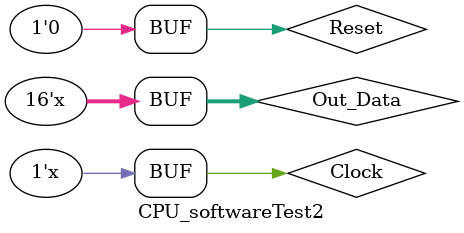
<source format=v>
`timescale 1ns / 1ps


module CPU_softwareTest2;

	// Inputs
	reg [15:0] Instruction;
	reg [15:0] Out_Data;
	reg Clock;
	reg Reset;

	// Outputs
	wire [10:0] InsAddr;
	wire Rd;
	wire Wr;
	wire [10:0] DataAddr;
	wire [15:0] In_Data;

	// Instantiate the Unit Under Test (UUT)
	CPU uut (
		.InsAddr(InsAddr), 
		.Instruction(Instruction), 
		.Rd(Rd), 
		.Wr(Wr), 
		.DataAddr(DataAddr), 
		.In_Data(In_Data), 
		.Out_Data(Out_Data), 
		.Clock(Clock), 
		.Reset(Reset)
	);

	initial begin
		// Initialize Inputs
		Instruction = 0;
		Out_Data = 0;
		Clock = 0;
		Reset = 0;

		// Wait 100 ns for global reset to finish
		#50;
		Reset = 1;
		#100
		Reset = 0;        
		// Add stimulus here
	end
      
	always
	begin
		#100 
		Clock = ~Clock;
	end
	
	/*
		Embebed software:
		A = 1
		A = A + 1
		
		Assembler code:
		LDi 1
		ADDi 1
		STO A
		
		Expected result:
		After the code execution A must be 2
	*/
	always @ (InsAddr)
	begin: ProgramMemory_Mock
		case (InsAddr)
			0: Instruction = 16'b0001100000000001; //LDi 1
			1: Instruction = 16'b0010100000000001; //ADDi 1
			2: Instruction = 16'b0000100000000000; //STO 0
		endcase
	end
	
	reg [15:0]DataMemory[1:0];
	
	always @ (DataAddr or Rd or Wr or Reset)
	begin: DataMemory_Mock
		if (Reset)
		begin
			DataMemory[0] = 0;
			DataMemory[1] = 0;
		end
		else if (Rd)
			Out_Data = DataMemory[DataAddr];
		else if (Wr)
			DataMemory[DataAddr] = In_Data;
	end
      
endmodule


</source>
